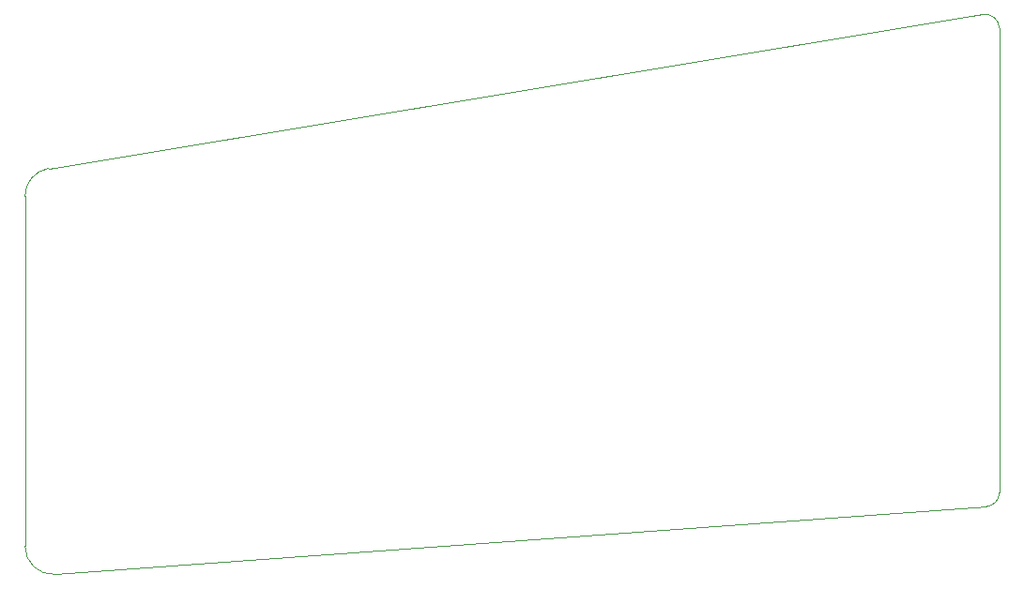
<source format=gbr>
G04 #@! TF.FileFunction,Profile,NP*
%FSLAX46Y46*%
G04 Gerber Fmt 4.6, Leading zero omitted, Abs format (unit mm)*
G04 Created by KiCad (PCBNEW 4.0.7-e2-6376~58~ubuntu16.04.1) date Mon Feb 19 20:22:06 2018*
%MOMM*%
%LPD*%
G01*
G04 APERTURE LIST*
%ADD10C,0.100000*%
G04 APERTURE END LIST*
D10*
X104381397Y-32421106D02*
X104381397Y-64029087D01*
X107105789Y-66562385D02*
G75*
G02X104381397Y-64029087I-184392J2533298D01*
G01*
X107105789Y-66562385D02*
X191100196Y-60448649D01*
X192278000Y-59182000D02*
G75*
G02X191100196Y-60448649I-1270000J0D01*
G01*
X104381397Y-32421106D02*
G75*
G02X106508246Y-29914932I2540000J0D01*
G01*
X190801424Y-16018913D02*
X106508246Y-29914932D01*
X190801424Y-16018913D02*
G75*
G02X192278000Y-17272000I206576J-1253087D01*
G01*
X192278000Y-59182000D02*
X192278000Y-17272000D01*
M02*

</source>
